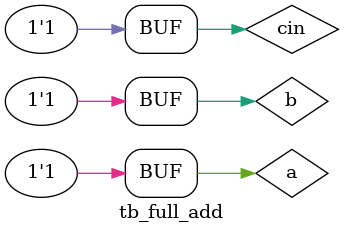
<source format=v>
 module tb_full_add();   // Test bench fortb_ and_gate.v
 reg a,b,cin;                // a reg, to allow us to assign the input, and a wire to receive the output
 //wire s,c;
 full_add  uut(sum,carry,a,b,cin); // this instantiates a and gate, uut is a label 
 initial
 begin
 a = 1'b0;                   // here we apply inputs to the gate
 b = 1'b0;
 cin = 1'b0;
 #10;
 a = 1'b0;
 b = 1'b0;
  cin = 1'b1;
 #10;
 a = 1'b0;
 b = 1'b1;
 cin = 1'b0;
 #10;
 a = 1'b0;
 b = 1'b1;
 cin = 1'b1;
#10;
a = 1'b1;                   // 
 b = 1'b0;
 cin = 1'b0;
 #10;
 a = 1'b1;
 b = 1'b0;
  cin = 1'b1;
 #10;
 a = 1'b1;
 b = 1'b1;
 cin = 1'b0;
 #10;
 a = 1'b1;
 b = 1'b1;
 cin = 1'b1;


 end
 // set up the monitoring
 initial
 begin
 $monitor("a=%b, b=%b, cin=%b, carry=%b, time=%t\n", a, b, cin, carry,$time);
 end
 endmodule

</source>
